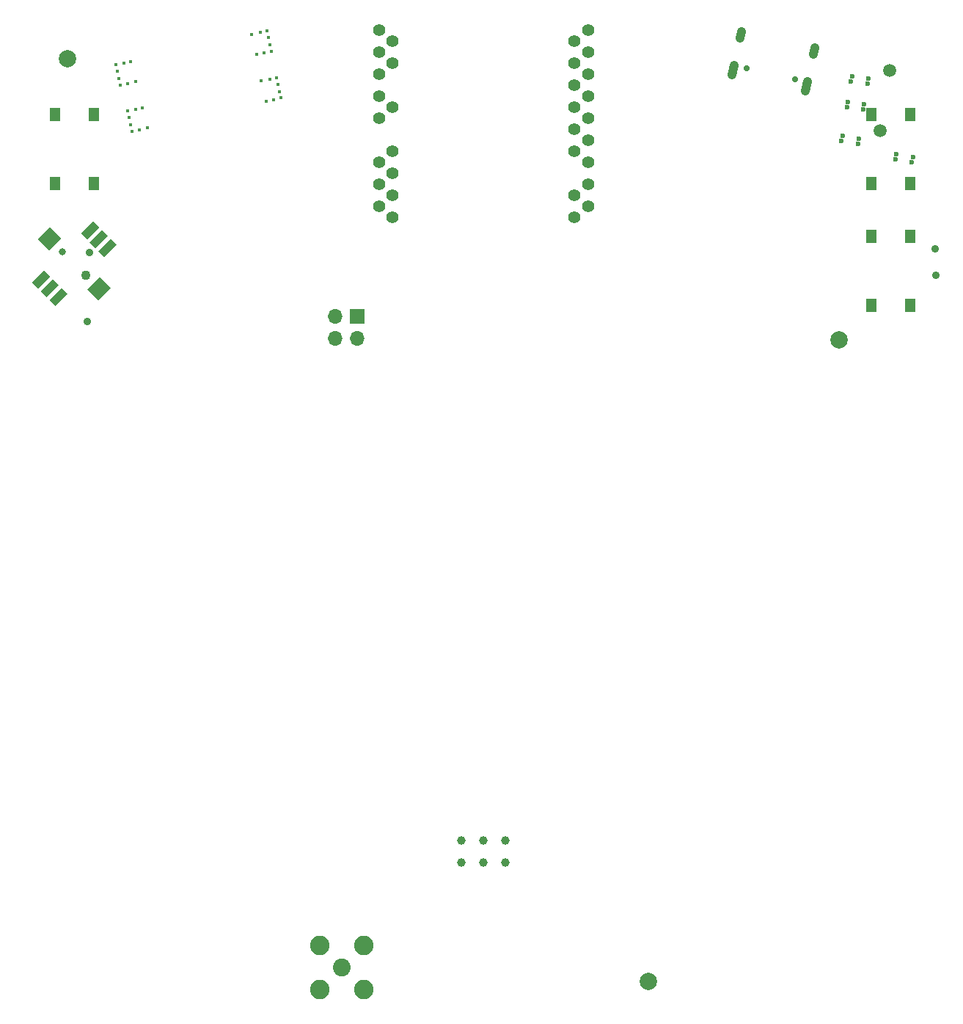
<source format=gbr>
%TF.GenerationSoftware,KiCad,Pcbnew,5.99.0-unknown-r17145-8bd2765f*%
%TF.CreationDate,2019-12-26T06:40:12+08:00*%
%TF.ProjectId,tr20-r2-frozen,74723230-2d72-4322-9d66-726f7a656e2e,rev?*%
%TF.SameCoordinates,Original*%
%TF.FileFunction,Soldermask,Top*%
%TF.FilePolarity,Negative*%
%FSLAX46Y46*%
G04 Gerber Fmt 4.6, Leading zero omitted, Abs format (unit mm)*
G04 Created by KiCad (PCBNEW 5.99.0-unknown-r17145-8bd2765f) date 2019-12-26 06:40:12*
%MOMM*%
%LPD*%
G04 APERTURE LIST*
%ADD10C,1.000000*%
%ADD11C,0.600000*%
%ADD12C,1.500000*%
%ADD13C,0.400000*%
%ADD14O,1.700000X1.700000*%
%ADD15R,1.700000X1.700000*%
%ADD16R,1.300000X1.550000*%
%ADD17C,2.250000*%
%ADD18C,2.050000*%
%ADD19C,0.800000*%
%ADD20C,1.100000*%
%ADD21C,2.000000*%
%ADD22C,0.900000*%
%ADD23C,1.400000*%
%ADD24C,0.650000*%
%ADD25C,1.000000*%
G04 APERTURE END LIST*
D10*
%TO.C,J7*%
X2540000Y39270000D03*
X0Y39270000D03*
X-2540000Y39270000D03*
X2540000Y36730000D03*
X0Y36730000D03*
X-2540000Y36730000D03*
%TD*%
D11*
%TO.C,J10*%
X49551182Y118117317D03*
X49457321Y117524704D03*
X47580713Y117821929D03*
X47674574Y118414542D03*
X43209425Y119627985D03*
X43303285Y120220598D03*
X41332817Y119925210D03*
X41426677Y120517823D03*
X41426677Y120517823D03*
X43835163Y123578738D03*
X43929023Y124171351D03*
X41958555Y123875964D03*
X42052415Y124468577D03*
X44304466Y126541803D03*
X44398327Y127134416D03*
X42427858Y126839029D03*
X42521719Y127431642D03*
D12*
X46873375Y128058612D03*
X45778333Y121144793D03*
%TD*%
D13*
%TO.C,J3*%
X-24833373Y131865740D03*
X-26188805Y129920153D03*
X-25009250Y132646167D03*
X-26765212Y132250444D03*
X-25789678Y132470290D03*
X-24481619Y130304884D03*
X-25359600Y130107023D03*
X-24646504Y131036535D03*
X-23370019Y124917460D03*
X-25077204Y124532729D03*
X-24678077Y127082866D03*
X-25653612Y126863019D03*
X-23534903Y125649111D03*
X-23897649Y127258743D03*
X-23721772Y126478315D03*
X-24248000Y124719598D03*
X-42070788Y127161057D03*
X-42257657Y127990262D03*
X-40138949Y126776353D03*
X-41544561Y128919774D03*
X-42422542Y128721912D03*
X-41894911Y126380630D03*
X-40715356Y129106643D03*
X-41114483Y126556507D03*
X-40189076Y123587311D03*
X-39359872Y123774180D03*
X-40902173Y122657799D03*
X-41067057Y123389449D03*
X-40715303Y121828594D03*
X-38783464Y121443890D03*
X-39758999Y121224043D03*
X-40539426Y121048167D03*
%TD*%
D14*
%TO.C,J6*%
X-17170400Y97155000D03*
X-14630400Y97155000D03*
X-17170400Y99695000D03*
D15*
X-14630400Y99695000D03*
%TD*%
D16*
%TO.C,S4*%
X-45000000Y122975000D03*
X-45000000Y115025000D03*
X-49500000Y122975000D03*
X-49500000Y115025000D03*
%TD*%
%TO.C,S5*%
X44750000Y115025000D03*
X44750000Y122975000D03*
X49250000Y115025000D03*
X49250000Y122975000D03*
%TD*%
%TO.C,S7*%
X49250000Y108975000D03*
X49250000Y101025000D03*
X44750000Y108975000D03*
X44750000Y101025000D03*
%TD*%
D17*
%TO.C,J8*%
X-13804900Y27116900D03*
X-13804900Y22036900D03*
X-18884900Y22036900D03*
X-18884900Y27116900D03*
D18*
X-16344900Y24576900D03*
%TD*%
%TO.C,S6*%
G36*
X-50433957Y101908882D02*
G01*
X-51141064Y102615989D01*
X-49726851Y104030202D01*
X-49019744Y103323095D01*
X-50433957Y101908882D01*
G37*
G36*
X-51441585Y102916509D02*
G01*
X-52148692Y103623616D01*
X-50734479Y105037829D01*
X-50027372Y104330722D01*
X-51441585Y102916509D01*
G37*
G36*
X-49426330Y100901255D02*
G01*
X-50133437Y101608362D01*
X-48719224Y103022575D01*
X-48012117Y102315468D01*
X-49426330Y100901255D01*
G37*
G36*
X-43769476Y106558109D02*
G01*
X-44476583Y107265216D01*
X-43062370Y108679429D01*
X-42355263Y107972322D01*
X-43769476Y106558109D01*
G37*
G36*
X-44777103Y107565736D02*
G01*
X-45484210Y108272843D01*
X-44069997Y109687056D01*
X-43362890Y108979949D01*
X-44777103Y107565736D01*
G37*
G36*
X-45784730Y108573363D02*
G01*
X-46491837Y109280470D01*
X-45077624Y110694683D01*
X-44370517Y109987576D01*
X-45784730Y108573363D01*
G37*
G36*
X-50186470Y107318248D02*
G01*
X-51459262Y108591040D01*
X-50045048Y110005254D01*
X-48772256Y108732462D01*
X-50186470Y107318248D01*
G37*
G36*
X-44458907Y101590684D02*
G01*
X-45731699Y102863476D01*
X-44317485Y104277690D01*
X-43044693Y103004898D01*
X-44458907Y101590684D01*
G37*
D19*
X-48595480Y107141472D03*
D20*
X-45908474Y104454466D03*
%TD*%
D21*
%TO.C,FID3*%
X19000000Y23000000D03*
%TD*%
%TO.C,FID2*%
X41000000Y97000000D03*
%TD*%
%TO.C,FID1*%
X-48000000Y129400000D03*
%TD*%
D22*
%TO.C,S3*%
X52242548Y104495600D03*
X52137850Y107493772D03*
%TD*%
D23*
%TO.C,TP17*%
X-10495000Y128905000D03*
%TD*%
%TO.C,TP1*%
X10495000Y131445000D03*
%TD*%
%TO.C,TP16*%
X-12065000Y130175000D03*
%TD*%
%TO.C,TP2*%
X-12065000Y117475000D03*
%TD*%
%TO.C,TP3*%
X-10495000Y116205000D03*
%TD*%
%TO.C,TP4*%
X-10495000Y118745000D03*
%TD*%
%TO.C,TP5*%
X-12065000Y122555000D03*
%TD*%
%TO.C,TP6*%
X12065000Y117475000D03*
%TD*%
%TO.C,TP7*%
X12065000Y114935000D03*
%TD*%
%TO.C,TP8*%
X10495000Y118745000D03*
%TD*%
%TO.C,TP9*%
X-12065000Y114935000D03*
%TD*%
%TO.C,TP10*%
X-10495000Y123825000D03*
%TD*%
%TO.C,TP11*%
X-12065000Y125095000D03*
%TD*%
%TO.C,TP12*%
X-12065000Y127635000D03*
%TD*%
%TO.C,TP13*%
X-10495000Y131445000D03*
%TD*%
%TO.C,TP14*%
X-12065000Y132715000D03*
%TD*%
%TO.C,TP15*%
X12065000Y122555000D03*
%TD*%
%TO.C,TP18*%
X-12065000Y112395000D03*
%TD*%
%TO.C,TP19*%
X-10495000Y113665000D03*
%TD*%
%TO.C,TP20*%
X10495000Y113665000D03*
%TD*%
%TO.C,TP21*%
X12065000Y112395000D03*
%TD*%
%TO.C,TP22*%
X10495000Y111125000D03*
%TD*%
%TO.C,TP23*%
X-10495000Y111125000D03*
%TD*%
%TO.C,TP24*%
X10495000Y128905000D03*
%TD*%
%TO.C,TP25*%
X12065000Y130175000D03*
%TD*%
%TO.C,TP26*%
X10495000Y126365000D03*
%TD*%
%TO.C,TP27*%
X12065000Y127635000D03*
%TD*%
%TO.C,TP28*%
X10495000Y123825000D03*
%TD*%
%TO.C,TP29*%
X12065000Y125095000D03*
%TD*%
%TO.C,TP30*%
X12065000Y120015000D03*
%TD*%
%TO.C,TP31*%
X10495000Y121285000D03*
%TD*%
%TO.C,TP32*%
X12065000Y132715000D03*
%TD*%
D24*
%TO.C,J2*%
X35971494Y127074490D02*
X35971494Y127074490D01*
X30328506Y128325510D02*
X30328506Y128325510D01*
D25*
X38244179Y130718979D02*
X38071027Y129937943D01*
X29808982Y132589018D02*
X29635830Y131807982D01*
X37378421Y126813796D02*
X37140337Y125739870D01*
X28943223Y128683834D02*
X28705139Y127609908D01*
%TD*%
D22*
%TO.C,J4*%
X-45455529Y107106958D03*
X-45734725Y99111831D03*
%TD*%
M02*

</source>
